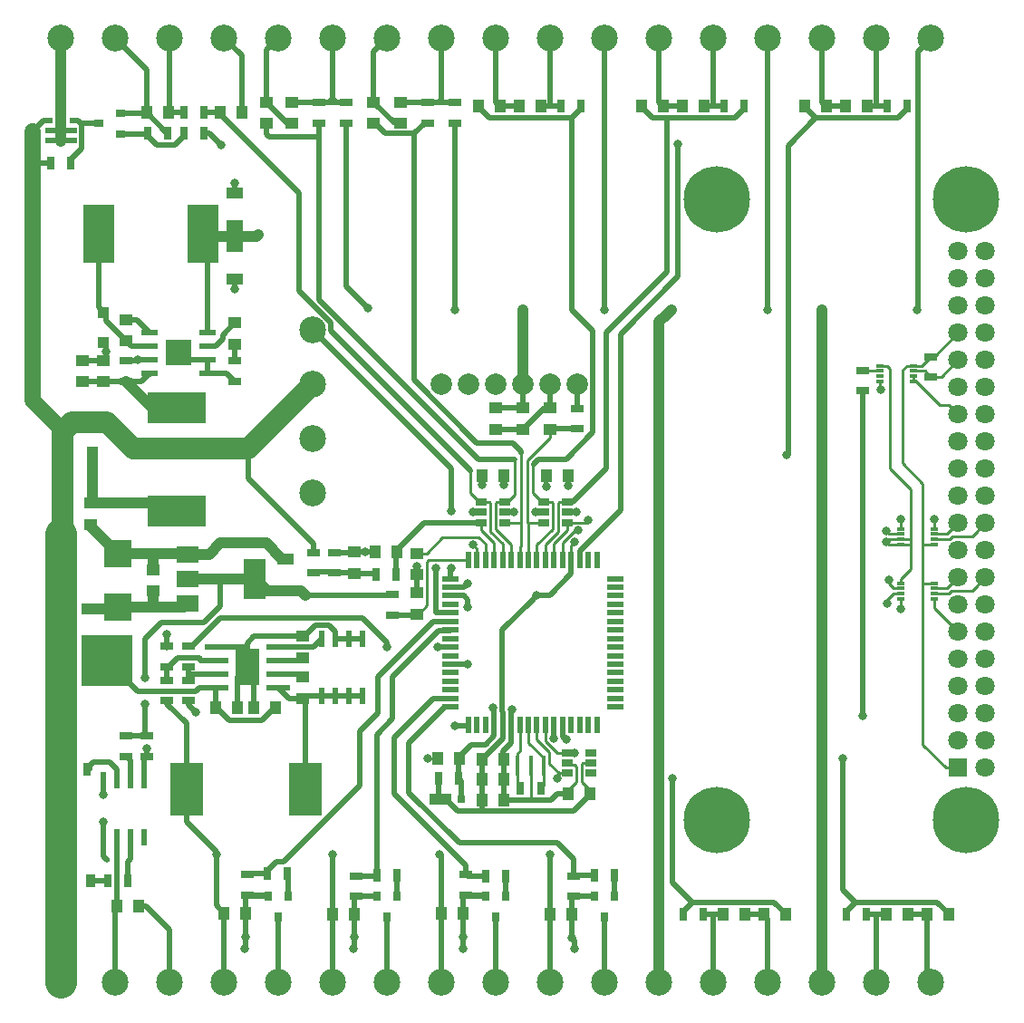
<source format=gbr>
G04 #@! TF.GenerationSoftware,KiCad,Pcbnew,(5.1.0-11-g23086decc)*
G04 #@! TF.CreationDate,2019-03-17T16:43:26-07:00*
G04 #@! TF.ProjectId,speeduino_mini,73706565-6475-4696-9e6f-5f6d696e692e,rev?*
G04 #@! TF.SameCoordinates,Original*
G04 #@! TF.FileFunction,Copper,L1,Top*
G04 #@! TF.FilePolarity,Positive*
%FSLAX46Y46*%
G04 Gerber Fmt 4.6, Leading zero omitted, Abs format (unit mm)*
G04 Created by KiCad (PCBNEW (5.1.0-11-g23086decc)) date 2019-03-17 16:43:26*
%MOMM*%
%LPD*%
G04 APERTURE LIST*
%ADD10R,1.250000X1.000000*%
%ADD11C,2.500000*%
%ADD12C,2.000000*%
%ADD13R,1.000000X1.250000*%
%ADD14R,1.060000X0.650000*%
%ADD15C,6.200000*%
%ADD16C,1.800000*%
%ADD17R,1.800000X1.800000*%
%ADD18R,3.100000X5.000000*%
%ADD19R,1.300000X0.700000*%
%ADD20R,1.600000X1.000000*%
%ADD21R,0.800000X0.900000*%
%ADD22R,0.600000X1.550000*%
%ADD23R,0.700000X1.300000*%
%ADD24R,2.200000X0.600000*%
%ADD25R,2.300000X3.500000*%
%ADD26R,0.400000X1.900000*%
%ADD27R,2.000000X1.100000*%
%ADD28R,0.800000X0.800000*%
%ADD29R,0.900000X0.800000*%
%ADD30R,0.700000X0.510000*%
%ADD31R,1.500000X0.550000*%
%ADD32R,0.550000X1.500000*%
%ADD33R,2.000000X3.800000*%
%ADD34R,2.000000X1.500000*%
%ADD35R,0.600000X0.450000*%
%ADD36R,0.900000X1.200000*%
%ADD37R,5.400000X2.900000*%
%ADD38R,2.900000X5.400000*%
%ADD39R,0.800000X0.300000*%
%ADD40R,1.550000X0.600000*%
%ADD41R,1.175000X1.175000*%
%ADD42R,1.100000X1.100000*%
%ADD43R,2.500000X2.550000*%
%ADD44R,1.270000X1.400000*%
%ADD45R,4.800000X4.720000*%
%ADD46C,0.800000*%
%ADD47C,0.250000*%
%ADD48C,1.000000*%
%ADD49C,0.500000*%
%ADD50C,3.000000*%
%ADD51C,2.000000*%
%ADD52C,1.500000*%
G04 APERTURE END LIST*
D10*
X84709000Y-88535000D03*
X84709000Y-90535000D03*
D11*
X132715000Y-45085000D03*
X127635000Y-45085000D03*
X122555000Y-45085000D03*
X112395000Y-45085000D03*
X117475000Y-45085000D03*
D12*
X130175000Y-77470000D03*
X127635000Y-77470000D03*
X125095000Y-77470000D03*
X122555000Y-77470000D03*
X120015000Y-77470000D03*
X117475000Y-77470000D03*
D13*
X121301000Y-116268500D03*
X123301000Y-116268500D03*
X121301000Y-114363500D03*
X123301000Y-114363500D03*
X121301000Y-112458500D03*
X123301000Y-112458500D03*
D14*
X129243000Y-90358000D03*
X129243000Y-89408000D03*
X129243000Y-88458000D03*
X127043000Y-88458000D03*
X127043000Y-90358000D03*
X127043000Y-89408000D03*
D15*
X166505000Y-118154000D03*
X166505000Y-60154000D03*
X143205000Y-60154000D03*
X143205000Y-118154000D03*
D16*
X165735000Y-110744000D03*
D17*
X165735000Y-113284000D03*
D16*
X165735000Y-108204000D03*
X165735000Y-105664000D03*
X165735000Y-103124000D03*
X165735000Y-100584000D03*
X165735000Y-98044000D03*
X165735000Y-95504000D03*
X165735000Y-92964000D03*
X165735000Y-90424000D03*
X165735000Y-87884000D03*
X165735000Y-85344000D03*
X165735000Y-82804000D03*
X165735000Y-80264000D03*
X165735000Y-77724000D03*
X165735000Y-75184000D03*
X165735000Y-72644000D03*
X165735000Y-70104000D03*
X165735000Y-67564000D03*
X165735000Y-65024000D03*
X168275000Y-65024000D03*
X168275000Y-67564000D03*
X168275000Y-70104000D03*
X168275000Y-72644000D03*
X168275000Y-75184000D03*
X168275000Y-77724000D03*
X168275000Y-80264000D03*
X168275000Y-82804000D03*
X168275000Y-85344000D03*
X168275000Y-87884000D03*
X168275000Y-90424000D03*
X168275000Y-92964000D03*
X168275000Y-95504000D03*
X168275000Y-98044000D03*
X168275000Y-100584000D03*
X168275000Y-103124000D03*
X168275000Y-105664000D03*
X168275000Y-108204000D03*
X168275000Y-110744000D03*
X168275000Y-113284000D03*
D13*
X123301000Y-85979000D03*
X121301000Y-85979000D03*
X119110000Y-112395000D03*
X117110000Y-112395000D03*
X127270000Y-85979000D03*
X129270000Y-85979000D03*
D10*
X115189000Y-93234000D03*
X115189000Y-95234000D03*
D13*
X131302000Y-115697000D03*
X129302000Y-115697000D03*
X91932000Y-52070000D03*
X89932000Y-52070000D03*
X96790000Y-52070000D03*
X98790000Y-52070000D03*
D10*
X125095000Y-79645000D03*
X125095000Y-81645000D03*
X122555000Y-79645000D03*
X122555000Y-81645000D03*
X127635000Y-81645000D03*
X127635000Y-79645000D03*
D13*
X126730000Y-51435000D03*
X124730000Y-51435000D03*
X120920000Y-51435000D03*
X122920000Y-51435000D03*
D10*
X103505000Y-51070000D03*
X103505000Y-53070000D03*
X101092000Y-53070000D03*
X101092000Y-51070000D03*
X113665000Y-51070000D03*
X113665000Y-53070000D03*
X111125000Y-53070000D03*
X111125000Y-51070000D03*
X109347000Y-95107000D03*
X109347000Y-93107000D03*
D13*
X113268000Y-93091000D03*
X111268000Y-93091000D03*
X159020000Y-127000000D03*
X161020000Y-127000000D03*
X96409000Y-107696000D03*
X98409000Y-107696000D03*
X101965000Y-107696000D03*
X99965000Y-107696000D03*
D10*
X104521000Y-102997000D03*
X104521000Y-100997000D03*
X104521000Y-104775000D03*
X104521000Y-106775000D03*
D13*
X127651000Y-127000000D03*
X129651000Y-127000000D03*
X117475000Y-126873000D03*
X119475000Y-126873000D03*
X97171000Y-126873000D03*
X99171000Y-126873000D03*
X107315000Y-127000000D03*
X109315000Y-127000000D03*
D11*
X102235000Y-45085000D03*
X107315000Y-45085000D03*
X102235000Y-133350000D03*
X97155000Y-133350000D03*
X112395000Y-133350000D03*
X107315000Y-133350000D03*
X122555000Y-133350000D03*
X117475000Y-133350000D03*
X132715000Y-133350000D03*
X127635000Y-133350000D03*
X105410000Y-77470000D03*
X105410000Y-72390000D03*
X105410000Y-82550000D03*
X105410000Y-87630000D03*
D18*
X104737000Y-115316000D03*
X93637000Y-115316000D03*
D19*
X112903000Y-97094000D03*
X112903000Y-98994000D03*
D20*
X102870000Y-96750000D03*
X102870000Y-93750000D03*
D21*
X103185000Y-125238000D03*
X101285000Y-125238000D03*
X102235000Y-127238000D03*
X113345000Y-125238000D03*
X111445000Y-125238000D03*
X112395000Y-127238000D03*
D22*
X110109000Y-101186000D03*
X108839000Y-101186000D03*
X107569000Y-101186000D03*
X106299000Y-101186000D03*
X106299000Y-106586000D03*
X107569000Y-106586000D03*
X108839000Y-106586000D03*
X110109000Y-106586000D03*
D23*
X126743500Y-115189000D03*
X124843500Y-115189000D03*
X95311000Y-52070000D03*
X93411000Y-52070000D03*
D19*
X130175000Y-81595000D03*
X130175000Y-79695000D03*
D23*
X130490000Y-51435000D03*
X128590000Y-51435000D03*
X145730000Y-51435000D03*
X143830000Y-51435000D03*
X160970000Y-51435000D03*
X159070000Y-51435000D03*
X93411000Y-53975000D03*
X95311000Y-53975000D03*
X89982000Y-53975000D03*
X91882000Y-53975000D03*
D19*
X105537000Y-93157000D03*
X105537000Y-95057000D03*
X107442000Y-95057000D03*
X107442000Y-93157000D03*
D23*
X113218000Y-95250000D03*
X111318000Y-95250000D03*
D19*
X88011000Y-75250000D03*
X88011000Y-77150000D03*
X99314000Y-123256000D03*
X99314000Y-125156000D03*
D23*
X103058000Y-123190000D03*
X101158000Y-123190000D03*
D19*
X109474000Y-123383000D03*
X109474000Y-125283000D03*
D23*
X113345000Y-123317000D03*
X111445000Y-123317000D03*
D19*
X156845000Y-76139000D03*
X156845000Y-78039000D03*
X163195000Y-76769000D03*
X163195000Y-74869000D03*
X93853000Y-103820000D03*
X93853000Y-101920000D03*
X93853000Y-106995000D03*
X93853000Y-105095000D03*
X91821000Y-106995000D03*
X91821000Y-105095000D03*
X91821000Y-103820000D03*
X91821000Y-101920000D03*
D23*
X117160000Y-114300000D03*
X119060000Y-114300000D03*
D24*
X96414000Y-105791000D03*
X102214000Y-105791000D03*
X96414000Y-104521000D03*
X102214000Y-104521000D03*
X96414000Y-103251000D03*
X102214000Y-103251000D03*
X96414000Y-101981000D03*
X102214000Y-101981000D03*
D25*
X99314000Y-103886000D03*
D26*
X124593500Y-113093500D03*
X125793500Y-113093500D03*
X126993500Y-113093500D03*
D13*
X141970000Y-51435000D03*
X139970000Y-51435000D03*
X136160000Y-51435000D03*
X138160000Y-51435000D03*
X157210000Y-51435000D03*
X155210000Y-51435000D03*
X151400000Y-51435000D03*
X153400000Y-51435000D03*
D10*
X90551000Y-96758000D03*
X90551000Y-94758000D03*
X115189000Y-98917000D03*
X115189000Y-96917000D03*
D27*
X117410000Y-116205000D03*
D28*
X119310000Y-116205000D03*
D11*
X86995000Y-45085000D03*
X81915000Y-45085000D03*
X92075000Y-45085000D03*
X97155000Y-45085000D03*
X147955000Y-45085000D03*
X142875000Y-45085000D03*
X137795000Y-45085000D03*
X163195000Y-45085000D03*
X158115000Y-45085000D03*
X153035000Y-45085000D03*
D29*
X87487000Y-54036000D03*
X87487000Y-52136000D03*
X85487000Y-53086000D03*
D30*
X83075000Y-54671000D03*
X83075000Y-53721000D03*
X83075000Y-52771000D03*
X80755000Y-52771000D03*
X80755000Y-53721000D03*
X80755000Y-54671000D03*
D19*
X108585000Y-53020000D03*
X108585000Y-51120000D03*
X106045000Y-53020000D03*
X106045000Y-51120000D03*
X118745000Y-53020000D03*
X118745000Y-51120000D03*
X116205000Y-53020000D03*
X116205000Y-51120000D03*
D23*
X80965000Y-56769000D03*
X82865000Y-56769000D03*
D14*
X121201000Y-88458000D03*
X121201000Y-89408000D03*
X121201000Y-90358000D03*
X123401000Y-90358000D03*
X123401000Y-88458000D03*
X123401000Y-89408000D03*
D31*
X118284000Y-95600000D03*
X118284000Y-96400000D03*
X118284000Y-97200000D03*
X118284000Y-98000000D03*
X118284000Y-98800000D03*
X118284000Y-99600000D03*
X118284000Y-100400000D03*
X118284000Y-101200000D03*
X118284000Y-102000000D03*
X118284000Y-102800000D03*
X118284000Y-103600000D03*
X118284000Y-104400000D03*
X118284000Y-105200000D03*
X118284000Y-106000000D03*
X118284000Y-106800000D03*
X118284000Y-107600000D03*
D32*
X119984000Y-109300000D03*
X120784000Y-109300000D03*
X121584000Y-109300000D03*
X122384000Y-109300000D03*
X123184000Y-109300000D03*
X123984000Y-109300000D03*
X124784000Y-109300000D03*
X125584000Y-109300000D03*
X126384000Y-109300000D03*
X127184000Y-109300000D03*
X127984000Y-109300000D03*
X128784000Y-109300000D03*
X129584000Y-109300000D03*
X130384000Y-109300000D03*
X131184000Y-109300000D03*
X131984000Y-109300000D03*
D31*
X133684000Y-107600000D03*
X133684000Y-106800000D03*
X133684000Y-106000000D03*
X133684000Y-105200000D03*
X133684000Y-104400000D03*
X133684000Y-103600000D03*
X133684000Y-102800000D03*
X133684000Y-102000000D03*
X133684000Y-101200000D03*
X133684000Y-100400000D03*
X133684000Y-99600000D03*
X133684000Y-98800000D03*
X133684000Y-98000000D03*
X133684000Y-97200000D03*
X133684000Y-96400000D03*
X133684000Y-95600000D03*
D32*
X131984000Y-93900000D03*
X131184000Y-93900000D03*
X130384000Y-93900000D03*
X129584000Y-93900000D03*
X128784000Y-93900000D03*
X127984000Y-93900000D03*
X127184000Y-93900000D03*
X126384000Y-93900000D03*
X125584000Y-93900000D03*
X124784000Y-93900000D03*
X123984000Y-93900000D03*
X123184000Y-93900000D03*
X122384000Y-93900000D03*
X121584000Y-93900000D03*
X120784000Y-93900000D03*
X119984000Y-93900000D03*
D33*
X100051000Y-95631000D03*
D34*
X93751000Y-95631000D03*
X93751000Y-97931000D03*
X93751000Y-93331000D03*
D10*
X83947000Y-77200000D03*
X83947000Y-75200000D03*
X85852000Y-77200000D03*
X85852000Y-75200000D03*
X98171000Y-71707500D03*
X98171000Y-73707500D03*
X88011000Y-71390000D03*
X88011000Y-73390000D03*
D13*
X164830000Y-127000000D03*
X162830000Y-127000000D03*
X87138000Y-126238000D03*
X89138000Y-126238000D03*
D35*
X88299000Y-121920000D03*
X86199000Y-121920000D03*
D36*
X84708000Y-123825000D03*
X81408000Y-123825000D03*
D11*
X153035000Y-133350000D03*
X158115000Y-133350000D03*
X163195000Y-133350000D03*
X81915000Y-133350000D03*
X86995000Y-133350000D03*
X92075000Y-133350000D03*
D37*
X92710000Y-79605000D03*
X92710000Y-89305000D03*
D38*
X95147000Y-63373000D03*
X85447000Y-63373000D03*
D20*
X98171000Y-64603500D03*
X98171000Y-67603500D03*
X98171000Y-62587000D03*
X98171000Y-59587000D03*
D19*
X98171000Y-75250000D03*
X98171000Y-77150000D03*
D23*
X155260000Y-127000000D03*
X157160000Y-127000000D03*
X84389000Y-113411000D03*
X82489000Y-113411000D03*
D19*
X89916000Y-110302000D03*
X89916000Y-112202000D03*
D23*
X86299000Y-123825000D03*
X88199000Y-123825000D03*
D39*
X160375000Y-96024000D03*
X160375000Y-96524000D03*
X160375000Y-97024000D03*
X160375000Y-97524000D03*
X163475000Y-97524000D03*
X163475000Y-97024000D03*
X163475000Y-96524000D03*
X163475000Y-96024000D03*
X158470000Y-75704000D03*
X158470000Y-76204000D03*
X158470000Y-76704000D03*
X158470000Y-77204000D03*
X161570000Y-77204000D03*
X161570000Y-76704000D03*
X161570000Y-76204000D03*
X161570000Y-75704000D03*
X163475000Y-92444000D03*
X163475000Y-91944000D03*
X163475000Y-91444000D03*
X163475000Y-90944000D03*
X160375000Y-90944000D03*
X160375000Y-91444000D03*
X160375000Y-91944000D03*
X160375000Y-92444000D03*
D40*
X95584500Y-76406500D03*
X95584500Y-75136500D03*
X95584500Y-73866500D03*
X95584500Y-72596500D03*
X90184500Y-72596500D03*
X90184500Y-73866500D03*
X90184500Y-75136500D03*
X90184500Y-76406500D03*
D41*
X92297000Y-73914000D03*
X92297000Y-75089000D03*
X93472000Y-73914000D03*
X93472000Y-75089000D03*
D22*
X89662000Y-114394000D03*
X88392000Y-114394000D03*
X87122000Y-114394000D03*
X85852000Y-114394000D03*
X85852000Y-119794000D03*
X87122000Y-119794000D03*
X88392000Y-119794000D03*
X89662000Y-119794000D03*
D42*
X84839000Y-86360000D03*
X82039000Y-86360000D03*
D19*
X88011000Y-112202000D03*
X88011000Y-110302000D03*
D43*
X87249000Y-98283000D03*
X87249000Y-93233000D03*
D42*
X84331000Y-98425000D03*
X81531000Y-98425000D03*
X84839000Y-83820000D03*
X82039000Y-83820000D03*
X85852000Y-70736000D03*
X85852000Y-73536000D03*
D14*
X129202000Y-111889500D03*
X129202000Y-112839500D03*
X129202000Y-113789500D03*
X131402000Y-113789500D03*
X131402000Y-111889500D03*
X131402000Y-112839500D03*
D13*
X149590000Y-127000000D03*
X147590000Y-127000000D03*
X143780000Y-127000000D03*
X145780000Y-127000000D03*
D11*
X137795000Y-133350000D03*
X142875000Y-133350000D03*
X147955000Y-133350000D03*
D23*
X141920000Y-127000000D03*
X140020000Y-127000000D03*
D21*
X123505000Y-125238000D03*
X121605000Y-125238000D03*
X122555000Y-127238000D03*
X133665000Y-125238000D03*
X131765000Y-125238000D03*
X132715000Y-127238000D03*
D19*
X119761000Y-123256000D03*
X119761000Y-125156000D03*
D23*
X123505000Y-123444000D03*
X121605000Y-123444000D03*
D19*
X129794000Y-123383000D03*
X129794000Y-125283000D03*
D23*
X133665000Y-123317000D03*
X131765000Y-123317000D03*
D44*
X82428000Y-104291000D03*
D45*
X86228000Y-103251000D03*
D44*
X82428000Y-102211000D03*
D46*
X99314000Y-104902000D03*
X163474999Y-90043000D03*
X160401000Y-90043000D03*
X160401000Y-98425000D03*
X129921000Y-130175000D03*
X109245008Y-130149992D03*
X119481992Y-130149992D03*
X99085008Y-130149992D03*
X99171000Y-129048000D03*
X119475000Y-129064000D03*
X109315000Y-129064000D03*
X129651000Y-129143000D03*
X94488000Y-108077000D03*
X99250500Y-103949500D03*
X99314000Y-102870000D03*
X91821000Y-100838000D03*
X90663000Y-93233000D03*
X110363000Y-93091000D03*
X92297000Y-75089000D03*
X93472000Y-75089000D03*
X93472000Y-73914000D03*
X92329000Y-73914000D03*
X86106000Y-74422000D03*
X98171000Y-68580000D03*
X98171000Y-58610500D03*
X85852000Y-118300500D03*
X124015500Y-107823000D03*
X116205000Y-112395000D03*
X130048000Y-89408000D03*
X129286000Y-86905000D03*
X121285000Y-86868000D03*
X120396000Y-89408000D03*
X130211199Y-91092858D03*
X115189000Y-94488000D03*
X120396000Y-92456000D03*
X158496000Y-77978000D03*
X100330000Y-63500000D03*
X153035000Y-70485000D03*
X153035000Y-110490000D03*
X153035000Y-106045000D03*
X125095000Y-70485000D03*
X132715000Y-70485000D03*
X147955000Y-70485000D03*
X161925000Y-70485000D03*
X118745000Y-70485000D03*
X110617000Y-70358000D03*
X138938000Y-70484996D03*
X127651000Y-121374000D03*
X107315000Y-121374000D03*
X96431000Y-121374000D03*
X117310000Y-121374000D03*
X112395000Y-101981000D03*
X117094000Y-101981000D03*
X149733000Y-84074000D03*
X131191000Y-90170000D03*
X119888000Y-103632000D03*
X159131000Y-97917000D03*
X96901000Y-55118000D03*
X139573000Y-54991000D03*
X104775000Y-97155000D03*
X126365000Y-97155000D03*
X89789000Y-104902000D03*
X89789000Y-107315000D03*
X126238000Y-89408000D03*
X127254000Y-86995000D03*
X123317000Y-86868000D03*
X124206000Y-89408000D03*
X129921000Y-92202000D03*
X159004000Y-92202000D03*
X156845000Y-108458000D03*
X122301000Y-107696000D03*
X154940000Y-112395000D03*
X129921000Y-111887000D03*
X89074500Y-75136500D03*
X118745000Y-109347000D03*
X89916000Y-111506000D03*
X127983995Y-110549995D03*
X129115395Y-110617908D03*
X85852000Y-115824000D03*
X159004000Y-91186000D03*
X119888000Y-98298000D03*
X119888000Y-96055000D03*
X159258000Y-95758000D03*
X118364000Y-94625000D03*
X118364000Y-89281000D03*
X128270000Y-114300000D03*
X139065000Y-114300000D03*
X116967000Y-94625000D03*
D47*
X163475000Y-98324000D02*
X163475000Y-97524000D01*
X165735000Y-100584000D02*
X163475000Y-98324000D01*
X161570000Y-76704000D02*
X161570000Y-77204000D01*
X161820000Y-77204000D02*
X161570000Y-77204000D01*
X163980001Y-79364001D02*
X161820000Y-77204000D01*
X164835001Y-79364001D02*
X163980001Y-79364001D01*
X165735000Y-80264000D02*
X164835001Y-79364001D01*
X163475000Y-90944000D02*
X163475000Y-90043001D01*
X163475000Y-90043001D02*
X163474999Y-90043000D01*
X160375000Y-90944000D02*
X160375000Y-90069000D01*
X160375000Y-90069000D02*
X160401000Y-90043000D01*
X160375000Y-97524000D02*
X160375000Y-98399000D01*
X160375000Y-98399000D02*
X160401000Y-98425000D01*
X129329000Y-112966500D02*
X129202000Y-112839500D01*
X129921000Y-112966500D02*
X129329000Y-112966500D01*
X130096989Y-113142489D02*
X129921000Y-112966500D01*
X130096989Y-114586511D02*
X130096989Y-113142489D01*
X129302000Y-115506500D02*
X129302000Y-115381500D01*
X129302000Y-115381500D02*
X130096989Y-114586511D01*
D48*
X93653000Y-93233000D02*
X93751000Y-93331000D01*
X90576000Y-93233000D02*
X90663000Y-93233000D01*
X90551000Y-94758000D02*
X90551000Y-93258000D01*
X90551000Y-93258000D02*
X90576000Y-93233000D01*
X90663000Y-93233000D02*
X93653000Y-93233000D01*
D49*
X85852000Y-121573000D02*
X86199000Y-121920000D01*
X85852000Y-119794000D02*
X85852000Y-121573000D01*
X89888000Y-126238000D02*
X89138000Y-126238000D01*
X92075000Y-128425000D02*
X89888000Y-126238000D01*
X92075000Y-133350000D02*
X92075000Y-128425000D01*
X89596000Y-93157000D02*
X89520000Y-93233000D01*
D48*
X87249000Y-93233000D02*
X89520000Y-93233000D01*
X89520000Y-93233000D02*
X90663000Y-93233000D01*
D49*
X109297000Y-93157000D02*
X109347000Y-93107000D01*
X107442000Y-93157000D02*
X109297000Y-93157000D01*
X109363000Y-93091000D02*
X109347000Y-93107000D01*
X111268000Y-93091000D02*
X110363000Y-93091000D01*
X109315000Y-130080000D02*
X109245008Y-130149992D01*
X119475000Y-130143000D02*
X119481992Y-130149992D01*
X99171000Y-130064000D02*
X99085008Y-130149992D01*
X99171000Y-129048000D02*
X99171000Y-130064000D01*
X99171000Y-126873000D02*
X99171000Y-129048000D01*
X119475000Y-129064000D02*
X119475000Y-130143000D01*
X119475000Y-126873000D02*
X119475000Y-129064000D01*
X109315000Y-129064000D02*
X109315000Y-130080000D01*
X109315000Y-127000000D02*
X109315000Y-129064000D01*
X129921000Y-129413000D02*
X129651000Y-129143000D01*
X129921000Y-130175000D02*
X129921000Y-129413000D01*
X129651000Y-127000000D02*
X129651000Y-129143000D01*
X121523000Y-125156000D02*
X121605000Y-125238000D01*
X119761000Y-125156000D02*
X121523000Y-125156000D01*
X111400000Y-125283000D02*
X111445000Y-125238000D01*
X109474000Y-125283000D02*
X111400000Y-125283000D01*
X101203000Y-125156000D02*
X101285000Y-125238000D01*
X99314000Y-125156000D02*
X101203000Y-125156000D01*
X131720000Y-125283000D02*
X131765000Y-125238000D01*
X129794000Y-125283000D02*
X131720000Y-125283000D01*
X109855000Y-101186000D02*
X108585000Y-101186000D01*
X99953000Y-100997000D02*
X99314000Y-101636000D01*
X104521000Y-100997000D02*
X99953000Y-100997000D01*
X107569000Y-101186000D02*
X108839000Y-101186000D01*
X107569000Y-100570998D02*
X107569000Y-101186000D01*
X106959001Y-99960999D02*
X107569000Y-100570998D01*
X105682001Y-99960999D02*
X106959001Y-99960999D01*
X104646000Y-100997000D02*
X105682001Y-99960999D01*
X104521000Y-100997000D02*
X104646000Y-100997000D01*
X99314000Y-101636000D02*
X99314000Y-101981000D01*
X96414000Y-101981000D02*
X99314000Y-101981000D01*
X99314000Y-101981000D02*
X99314000Y-102870000D01*
X98409000Y-104791000D02*
X99250500Y-103949500D01*
X98409000Y-107442000D02*
X98409000Y-104791000D01*
X99965000Y-104537000D02*
X99314000Y-103886000D01*
X99965000Y-107442000D02*
X99965000Y-104537000D01*
X93853000Y-106995000D02*
X93853000Y-107442000D01*
X93853000Y-107442000D02*
X94488000Y-108077000D01*
X99250500Y-103949500D02*
X99314000Y-103886000D01*
X99314000Y-102870000D02*
X99314000Y-103886000D01*
X91821000Y-102047000D02*
X91821000Y-100838000D01*
X110363000Y-93091000D02*
X109363000Y-93091000D01*
X95584500Y-76406500D02*
X95584500Y-75136500D01*
X93519500Y-75136500D02*
X93472000Y-75089000D01*
X95584500Y-75136500D02*
X93519500Y-75136500D01*
X93472000Y-73914000D02*
X92329000Y-73914000D01*
X92297000Y-73914000D02*
X92297000Y-75089000D01*
X93472000Y-75089000D02*
X93472000Y-73914000D01*
X92329000Y-73914000D02*
X92297000Y-73914000D01*
X86106000Y-75200000D02*
X86106000Y-74422000D01*
X86106000Y-74422000D02*
X86106000Y-73663000D01*
X97427500Y-76406500D02*
X98171000Y-77150000D01*
X95584500Y-76406500D02*
X97427500Y-76406500D01*
X98171000Y-67603500D02*
X98171000Y-68580000D01*
X98171000Y-59587000D02*
X98171000Y-58610500D01*
X85852000Y-119794000D02*
X85852000Y-118300500D01*
X123984000Y-109300000D02*
X123984000Y-107854500D01*
D47*
X123984000Y-107854500D02*
X124015500Y-107823000D01*
D49*
X113125000Y-53070000D02*
X111125000Y-51070000D01*
X113665000Y-53070000D02*
X113125000Y-53070000D01*
X111125000Y-46355000D02*
X112395000Y-45085000D01*
X111125000Y-51070000D02*
X111125000Y-46355000D01*
D48*
X102570000Y-93750000D02*
X102870000Y-93750000D01*
X101070000Y-92250000D02*
X102570000Y-93750000D01*
X96832000Y-92250000D02*
X101070000Y-92250000D01*
X95751000Y-93331000D02*
X96832000Y-92250000D01*
X93751000Y-93331000D02*
X95751000Y-93331000D01*
D49*
X127635000Y-79645000D02*
X127635000Y-77470000D01*
X125095000Y-81645000D02*
X122555000Y-81645000D01*
X127095000Y-79645000D02*
X125095000Y-81645000D01*
X127635000Y-79645000D02*
X127095000Y-79645000D01*
D47*
X117110000Y-112395000D02*
X116205000Y-112395000D01*
D49*
X123301000Y-115586000D02*
X123301000Y-112458500D01*
X123301000Y-116268500D02*
X123301000Y-115586000D01*
X123190000Y-112347500D02*
X123301000Y-112458500D01*
X123190000Y-111760000D02*
X123190000Y-112347500D01*
X123984000Y-109300000D02*
X123984000Y-110966000D01*
X123984000Y-110966000D02*
X123190000Y-111760000D01*
X162830000Y-127000000D02*
X161020000Y-127000000D01*
X162830000Y-132985000D02*
X163195000Y-133350000D01*
X162830000Y-127000000D02*
X162830000Y-132985000D01*
X145780000Y-127000000D02*
X147590000Y-127000000D01*
X147955000Y-127365000D02*
X147590000Y-127000000D01*
X147955000Y-133350000D02*
X147955000Y-127365000D01*
X138160000Y-51435000D02*
X139970000Y-51435000D01*
X137795000Y-51070000D02*
X138160000Y-51435000D01*
X137795000Y-45085000D02*
X137795000Y-51070000D01*
X153400000Y-51435000D02*
X155210000Y-51435000D01*
X153035000Y-51070000D02*
X153400000Y-51435000D01*
X153035000Y-45085000D02*
X153035000Y-51070000D01*
X124730000Y-51435000D02*
X122920000Y-51435000D01*
X122555000Y-51070000D02*
X122920000Y-51435000D01*
X122555000Y-45085000D02*
X122555000Y-51070000D01*
X83947000Y-75200000D02*
X85852000Y-75200000D01*
D48*
X84709000Y-90693000D02*
X87249000Y-93233000D01*
X84709000Y-90535000D02*
X84709000Y-90693000D01*
D47*
X129243000Y-89408000D02*
X130048000Y-89408000D01*
X129270000Y-85979000D02*
X129270000Y-86889000D01*
X129270000Y-86889000D02*
X129286000Y-86905000D01*
X121301000Y-85979000D02*
X121301000Y-86852000D01*
X121301000Y-86852000D02*
X121285000Y-86868000D01*
X121201000Y-89408000D02*
X120396000Y-89408000D01*
X120784000Y-93900000D02*
X120784000Y-92957000D01*
X120784000Y-93138000D02*
X120784000Y-92957000D01*
X115189000Y-95234000D02*
X115189000Y-94488000D01*
D49*
X98790000Y-46720000D02*
X97155000Y-45085000D01*
X89932000Y-48022000D02*
X86995000Y-45085000D01*
X89932000Y-52070000D02*
X89932000Y-48022000D01*
X98790000Y-52070000D02*
X98790000Y-51197000D01*
X98790000Y-51197000D02*
X98790000Y-46720000D01*
X103092000Y-53070000D02*
X101092000Y-51070000D01*
X103505000Y-53070000D02*
X103092000Y-53070000D01*
X101092000Y-46228000D02*
X102235000Y-45085000D01*
X101092000Y-51070000D02*
X101092000Y-46228000D01*
X89866000Y-52136000D02*
X89932000Y-52070000D01*
X87487000Y-52136000D02*
X89866000Y-52136000D01*
X91837000Y-53975000D02*
X89932000Y-52070000D01*
X91882000Y-53975000D02*
X91837000Y-53975000D01*
D47*
X128784000Y-92265996D02*
X129957138Y-91092858D01*
X128784000Y-93900000D02*
X128784000Y-92265996D01*
X129957138Y-91092858D02*
X130211199Y-91092858D01*
D49*
X115189000Y-96917000D02*
X115189000Y-95234000D01*
D47*
X120795999Y-92945001D02*
X120795999Y-92855999D01*
X120784000Y-92957000D02*
X120795999Y-92945001D01*
X120795999Y-92855999D02*
X120396000Y-92456000D01*
X158470000Y-77204000D02*
X158470000Y-77952000D01*
X158470000Y-77952000D02*
X158496000Y-77978000D01*
D49*
X129651000Y-127000000D02*
X129651000Y-125426000D01*
X129839000Y-125238000D02*
X131765000Y-125238000D01*
X129651000Y-125426000D02*
X129839000Y-125238000D01*
X119679000Y-125238000D02*
X121605000Y-125238000D01*
X119475000Y-126873000D02*
X119475000Y-125442000D01*
X119475000Y-125442000D02*
X119679000Y-125238000D01*
X109519000Y-125238000D02*
X111445000Y-125238000D01*
X109315000Y-127000000D02*
X109315000Y-125442000D01*
X109315000Y-125442000D02*
X109519000Y-125238000D01*
X99232000Y-125238000D02*
X101285000Y-125238000D01*
X99171000Y-126873000D02*
X99171000Y-125299000D01*
X99171000Y-125299000D02*
X99232000Y-125238000D01*
X124301000Y-116268500D02*
X123301000Y-116268500D01*
X124321501Y-116289001D02*
X124301000Y-116268500D01*
X128302000Y-115697000D02*
X127709999Y-116289001D01*
X129302000Y-115697000D02*
X128302000Y-115697000D01*
D47*
X125793500Y-116268500D02*
X125772999Y-116289001D01*
D49*
X127709999Y-116289001D02*
X125772999Y-116289001D01*
D47*
X125793500Y-113093500D02*
X125793500Y-116268500D01*
D49*
X125772999Y-116289001D02*
X124321501Y-116289001D01*
X95584500Y-64064500D02*
X95147000Y-63627000D01*
X95584500Y-72596500D02*
X95584500Y-64064500D01*
D48*
X95147000Y-63627000D02*
X97097000Y-63627000D01*
X97097000Y-63627000D02*
X98171000Y-63627000D01*
D49*
X98171000Y-62587000D02*
X98171000Y-63627000D01*
X98171000Y-63627000D02*
X98171000Y-64476500D01*
X125095000Y-77470000D02*
X125095000Y-79645000D01*
X122555000Y-79645000D02*
X125095000Y-79645000D01*
D48*
X98171000Y-63627000D02*
X100203000Y-63627000D01*
X100203000Y-63627000D02*
X100330000Y-63500000D01*
X153035000Y-132080000D02*
X153035000Y-133350000D01*
X153035000Y-110490000D02*
X153035000Y-132080000D01*
X153035000Y-70485000D02*
X153035000Y-106045000D01*
X153035000Y-106045000D02*
X153035000Y-110490000D01*
X125095000Y-77470000D02*
X125095000Y-70485000D01*
D49*
X132715000Y-45085000D02*
X132715000Y-70485000D01*
X147955000Y-45085000D02*
X147955000Y-70485000D01*
X161945001Y-70464999D02*
X161925000Y-70485000D01*
X163195000Y-45085000D02*
X161945001Y-46334999D01*
X161945001Y-46334999D02*
X161945001Y-70464999D01*
X118745000Y-53020000D02*
X118745000Y-70485000D01*
X110217001Y-69958001D02*
X110617000Y-70358000D01*
X108585000Y-68326000D02*
X110217001Y-69958001D01*
X108585000Y-53020000D02*
X108585000Y-68326000D01*
D48*
X138538001Y-70884995D02*
X138938000Y-70484996D01*
X137795000Y-133350000D02*
X137795000Y-71627996D01*
X137795000Y-71627996D02*
X138538001Y-70884995D01*
D49*
X107381000Y-94996000D02*
X107442000Y-95057000D01*
X105852000Y-94996000D02*
X107381000Y-94996000D01*
X109297000Y-95057000D02*
X109347000Y-95107000D01*
X107442000Y-95057000D02*
X109297000Y-95057000D01*
X111175000Y-95107000D02*
X111318000Y-95250000D01*
X109347000Y-95107000D02*
X111175000Y-95107000D01*
D47*
X81930010Y-91424990D02*
X81915000Y-91440000D01*
D50*
X81915000Y-133350000D02*
X81915000Y-91440000D01*
D51*
X82039000Y-91316000D02*
X82039000Y-86360000D01*
X81915000Y-91440000D02*
X82039000Y-91316000D01*
X82039000Y-83820000D02*
X82039000Y-86360000D01*
X82039000Y-83820000D02*
X82039000Y-83359998D01*
X104160001Y-78719999D02*
X105410000Y-77470000D01*
X99441000Y-83439000D02*
X104160001Y-78719999D01*
D49*
X99441000Y-86211000D02*
X99441000Y-83439000D01*
X105537000Y-92307000D02*
X99441000Y-86211000D01*
X105537000Y-93157000D02*
X105537000Y-92307000D01*
X80755000Y-52771000D02*
X80289998Y-52771000D01*
X80289998Y-52771000D02*
X79248000Y-53812998D01*
X79375000Y-56769000D02*
X79248000Y-56896000D01*
X80965000Y-56769000D02*
X79375000Y-56769000D01*
D52*
X79248000Y-53812998D02*
X79248000Y-56896000D01*
D51*
X88646000Y-83439000D02*
X99441000Y-83439000D01*
X86233000Y-81026000D02*
X88646000Y-83439000D01*
X82931000Y-81026000D02*
X86233000Y-81026000D01*
X82039000Y-83359998D02*
X82039000Y-81918000D01*
X82039000Y-81918000D02*
X82931000Y-81026000D01*
D52*
X79248000Y-78994000D02*
X82039000Y-81785000D01*
X79248000Y-56896000D02*
X79248000Y-78994000D01*
D49*
X104267000Y-103251000D02*
X104521000Y-102997000D01*
X102214000Y-103251000D02*
X104267000Y-103251000D01*
X110109000Y-106586000D02*
X108839000Y-106586000D01*
X108839000Y-106586000D02*
X107569000Y-106586000D01*
X107569000Y-106586000D02*
X106299000Y-106586000D01*
X106299000Y-106586000D02*
X104824000Y-106586000D01*
X103198000Y-106775000D02*
X102214000Y-105791000D01*
X104521000Y-106775000D02*
X103198000Y-106775000D01*
X107531000Y-106624000D02*
X107569000Y-106586000D01*
X104737000Y-106991000D02*
X104521000Y-106775000D01*
X104737000Y-115316000D02*
X104737000Y-106991000D01*
X104267000Y-104521000D02*
X104521000Y-104775000D01*
X102214000Y-104521000D02*
X104267000Y-104521000D01*
X107315000Y-127000000D02*
X107315000Y-133350000D01*
X127651000Y-133334000D02*
X127635000Y-133350000D01*
X127651000Y-127000000D02*
X127651000Y-133334000D01*
X117475000Y-126873000D02*
X117475000Y-133350000D01*
X97171000Y-133334000D02*
X97155000Y-133350000D01*
X97171000Y-126873000D02*
X97171000Y-133334000D01*
X96431000Y-126133000D02*
X97171000Y-126873000D01*
X96431000Y-121374000D02*
X96431000Y-126133000D01*
X107315000Y-126873000D02*
X107315000Y-121374000D01*
X127651000Y-127000000D02*
X127651000Y-121374000D01*
X93637000Y-118316000D02*
X96431000Y-121110000D01*
X96431000Y-121110000D02*
X96431000Y-121374000D01*
X93637000Y-115316000D02*
X93637000Y-118316000D01*
X91821000Y-107315000D02*
X91821000Y-106995000D01*
X93637000Y-115316000D02*
X93637000Y-109131000D01*
X93637000Y-109131000D02*
X91821000Y-107315000D01*
X117475000Y-121539000D02*
X117310000Y-121374000D01*
X117475000Y-126873000D02*
X117475000Y-121539000D01*
X103185000Y-123317000D02*
X103058000Y-123190000D01*
X103185000Y-125238000D02*
X103185000Y-123317000D01*
X113345000Y-125238000D02*
X113345000Y-123317000D01*
X105504000Y-101981000D02*
X106299000Y-101186000D01*
X102214000Y-101981000D02*
X105504000Y-101981000D01*
D47*
X126993500Y-114939000D02*
X126743500Y-115189000D01*
X126993500Y-113093500D02*
X126993500Y-114939000D01*
X125584000Y-110934000D02*
X125584000Y-110300000D01*
X125584000Y-110300000D02*
X125584000Y-109300000D01*
X126993500Y-112343500D02*
X125584000Y-110934000D01*
X126993500Y-113093500D02*
X126993500Y-112343500D01*
X124593500Y-111893500D02*
X124593500Y-113093500D01*
X124784000Y-109300000D02*
X124784000Y-109912000D01*
X124593500Y-114939000D02*
X124843500Y-115189000D01*
X124593500Y-113093500D02*
X124593500Y-114939000D01*
X124784000Y-111703000D02*
X124593500Y-111893500D01*
X124784000Y-109300000D02*
X124784000Y-111703000D01*
D49*
X130175000Y-77470000D02*
X130175000Y-79695000D01*
X112395000Y-101586998D02*
X112395000Y-101981000D01*
X110068991Y-99260989D02*
X112395000Y-101586998D01*
X96812011Y-99260989D02*
X110068991Y-99260989D01*
X93853000Y-101920000D02*
X94153000Y-101920000D01*
X94153000Y-101920000D02*
X96812011Y-99260989D01*
X118284000Y-102000000D02*
X117113000Y-102000000D01*
X117113000Y-102000000D02*
X117094000Y-101981000D01*
X96414000Y-104521000D02*
X93853000Y-104521000D01*
X93853000Y-105095000D02*
X93853000Y-104521000D01*
X93853000Y-104521000D02*
X93853000Y-103947000D01*
X94863001Y-103019999D02*
X92842999Y-103019999D01*
X94953001Y-103109999D02*
X94863001Y-103019999D01*
X91821000Y-104041998D02*
X91821000Y-105095000D01*
X96414000Y-103251000D02*
X94953001Y-103251000D01*
X92842999Y-103019999D02*
X91821000Y-104041998D01*
X94953001Y-103251000D02*
X94953001Y-103109999D01*
D47*
X116064000Y-93234000D02*
X115189000Y-93234000D01*
X117567001Y-91730999D02*
X116064000Y-93234000D01*
X120939589Y-91730999D02*
X117567001Y-91730999D01*
X121584000Y-92375410D02*
X120939589Y-91730999D01*
X121584000Y-93900000D02*
X121584000Y-92375410D01*
D49*
X92186000Y-52070000D02*
X93411000Y-52070000D01*
X92075000Y-51927000D02*
X91932000Y-52070000D01*
X92075000Y-45085000D02*
X92075000Y-51927000D01*
X160120000Y-52585000D02*
X160970000Y-51735000D01*
X152425000Y-52585000D02*
X160120000Y-52585000D01*
X151400000Y-51560000D02*
X152425000Y-52585000D01*
X160970000Y-51735000D02*
X160970000Y-51435000D01*
X151400000Y-51435000D02*
X151400000Y-51560000D01*
X152425000Y-52585000D02*
X149860000Y-55150000D01*
X149860000Y-55150000D02*
X149860000Y-83947000D01*
X149860000Y-83947000D02*
X149733000Y-84074000D01*
D47*
X131003000Y-90358000D02*
X131191000Y-90170000D01*
X129243000Y-90358000D02*
X131003000Y-90358000D01*
X127984000Y-93900000D02*
X127984000Y-92361000D01*
X129243000Y-91102000D02*
X129243000Y-90358000D01*
X127984000Y-92361000D02*
X129243000Y-91102000D01*
D49*
X115905000Y-53020000D02*
X116205000Y-53020000D01*
X114904999Y-54020001D02*
X115905000Y-53020000D01*
X112200001Y-54020001D02*
X114904999Y-54020001D01*
X111250000Y-53070000D02*
X112200001Y-54020001D01*
X111125000Y-53070000D02*
X111250000Y-53070000D01*
D47*
X124931001Y-89756001D02*
X124931001Y-83910001D01*
X124784000Y-93402000D02*
X124931001Y-93254999D01*
X124784000Y-93900000D02*
X124784000Y-93402000D01*
X123401000Y-90358000D02*
X124907000Y-90358000D01*
X124931001Y-90333999D02*
X124931001Y-89756001D01*
X124907000Y-90358000D02*
X124931001Y-90333999D01*
X124931001Y-92492999D02*
X124784000Y-92640000D01*
X124784000Y-92640000D02*
X124784000Y-93900000D01*
X124931001Y-92492999D02*
X124931001Y-89756001D01*
D49*
X114904999Y-77046001D02*
X120789998Y-82931000D01*
X114904999Y-54020001D02*
X114904999Y-77046001D01*
X124130186Y-82931000D02*
X124931001Y-83731815D01*
X124931001Y-83731815D02*
X124931001Y-83910001D01*
X120789998Y-82931000D02*
X124130186Y-82931000D01*
X127635000Y-45085000D02*
X127635000Y-51435000D01*
X126730000Y-51435000D02*
X127635000Y-51435000D01*
X127635000Y-51435000D02*
X128590000Y-51435000D01*
D47*
X122621000Y-88458000D02*
X123401000Y-88458000D01*
X122545999Y-88533001D02*
X122621000Y-88458000D01*
X122545999Y-90943001D02*
X122545999Y-88533001D01*
X123984000Y-92381002D02*
X122545999Y-90943001D01*
X123984000Y-93900000D02*
X123984000Y-93143002D01*
X123984000Y-92381002D02*
X123984000Y-93143002D01*
X124333000Y-87731000D02*
X124333000Y-84455000D01*
X123401000Y-88458000D02*
X123606000Y-88458000D01*
X123606000Y-88458000D02*
X124333000Y-87731000D01*
D49*
X106045000Y-53467000D02*
X106045000Y-53020000D01*
X101378000Y-54356000D02*
X106045000Y-54356000D01*
X101092000Y-54070000D02*
X101378000Y-54356000D01*
X101092000Y-53070000D02*
X101092000Y-54070000D01*
X106045000Y-54356000D02*
X106045000Y-53467000D01*
X120904000Y-84455000D02*
X106045000Y-69596000D01*
X124333000Y-84455000D02*
X120904000Y-84455000D01*
X106045000Y-69596000D02*
X106045000Y-54356000D01*
X103555000Y-51120000D02*
X103505000Y-51070000D01*
X106995000Y-51120000D02*
X103555000Y-51120000D01*
X107315000Y-50805000D02*
X107630000Y-51120000D01*
X108585000Y-51120000D02*
X107630000Y-51120000D01*
X107630000Y-51120000D02*
X106995000Y-51120000D01*
X107315000Y-50800000D02*
X106995000Y-51120000D01*
X107315000Y-45085000D02*
X107315000Y-50800000D01*
D47*
X113218000Y-93141000D02*
X113268000Y-93091000D01*
D49*
X113218000Y-95250000D02*
X113218000Y-93141000D01*
X120421000Y-90358000D02*
X121201000Y-90358000D01*
X115876000Y-90358000D02*
X120421000Y-90358000D01*
X113268000Y-92966000D02*
X115876000Y-90358000D01*
D47*
X113268000Y-93091000D02*
X113268000Y-92966000D01*
X122384000Y-93138000D02*
X122384000Y-93900000D01*
X122384000Y-92285000D02*
X122384000Y-93138000D01*
X121201000Y-90358000D02*
X121201000Y-91102000D01*
X121201000Y-91102000D02*
X122384000Y-92285000D01*
D49*
X118695000Y-51070000D02*
X118745000Y-51120000D01*
X117475000Y-50800000D02*
X117205000Y-51070000D01*
X117475000Y-45085000D02*
X117475000Y-50800000D01*
X113665000Y-51070000D02*
X117205000Y-51070000D01*
X117205000Y-51070000D02*
X118695000Y-51070000D01*
X95311000Y-52070000D02*
X96536000Y-52070000D01*
D47*
X121201000Y-88458000D02*
X120996000Y-88458000D01*
X120996000Y-88458000D02*
X120142000Y-87604000D01*
X120142000Y-85598000D02*
X120142000Y-85344000D01*
X120142000Y-87604000D02*
X120142000Y-85598000D01*
X121981000Y-88458000D02*
X121201000Y-88458000D01*
X122056001Y-88533001D02*
X121981000Y-88458000D01*
X122056001Y-91195001D02*
X122056001Y-88533001D01*
X123184000Y-93900000D02*
X123184000Y-92323000D01*
X123184000Y-92323000D02*
X122056001Y-91195001D01*
D49*
X120142000Y-85471000D02*
X120142000Y-85598000D01*
X96790000Y-52195000D02*
X104140000Y-59545000D01*
X104140000Y-68680964D02*
X107110001Y-71650965D01*
X107110001Y-71650965D02*
X107110001Y-72439001D01*
X96790000Y-52070000D02*
X96790000Y-52195000D01*
X104140000Y-59545000D02*
X104140000Y-68680964D01*
X107110001Y-72439001D02*
X120142000Y-85471000D01*
X127685000Y-81595000D02*
X127635000Y-81645000D01*
X128585000Y-81595000D02*
X127685000Y-81595000D01*
X130175000Y-81595000D02*
X128585000Y-81595000D01*
D47*
X127043000Y-90358000D02*
X125499000Y-90358000D01*
X125584000Y-93900000D02*
X125584000Y-90443000D01*
X125584000Y-90443000D02*
X125499000Y-90358000D01*
X125476000Y-84554000D02*
X127635000Y-82395000D01*
X125476000Y-90335000D02*
X125476000Y-84554000D01*
X127635000Y-82395000D02*
X127635000Y-81645000D01*
X125499000Y-90358000D02*
X125476000Y-90335000D01*
D49*
X142875000Y-45085000D02*
X142875000Y-51435000D01*
X143830000Y-51435000D02*
X142875000Y-51435000D01*
X142875000Y-51435000D02*
X141970000Y-51435000D01*
X121920000Y-52560000D02*
X120920000Y-51560000D01*
X120920000Y-51560000D02*
X120920000Y-51435000D01*
X130490000Y-51735000D02*
X129665000Y-52560000D01*
X130490000Y-51435000D02*
X130490000Y-51735000D01*
X129665000Y-52560000D02*
X126220000Y-52560000D01*
X126220000Y-52560000D02*
X121920000Y-52560000D01*
D47*
X126838000Y-88458000D02*
X125984000Y-87604000D01*
X127043000Y-88458000D02*
X126838000Y-88458000D01*
X125984000Y-87604000D02*
X125984000Y-84963000D01*
D49*
X126051010Y-84895990D02*
X126051010Y-84963000D01*
X129665000Y-70483000D02*
X131625001Y-72443001D01*
X129665000Y-52560000D02*
X129665000Y-70483000D01*
X131625001Y-72443001D02*
X131625001Y-81955001D01*
X131625001Y-81955001D02*
X129125002Y-84455000D01*
X129125002Y-84455000D02*
X126492000Y-84455000D01*
X126492000Y-84455000D02*
X126051010Y-84895990D01*
D47*
X126384000Y-92457002D02*
X126384000Y-92900000D01*
X126384000Y-92900000D02*
X126384000Y-93900000D01*
X127898001Y-90943001D02*
X126384000Y-92457002D01*
X127898001Y-88533001D02*
X127898001Y-90943001D01*
X127043000Y-88458000D02*
X127823000Y-88458000D01*
X127823000Y-88458000D02*
X127898001Y-88533001D01*
D49*
X158115000Y-45085000D02*
X158115000Y-51435000D01*
X157210000Y-51435000D02*
X158115000Y-51435000D01*
X158115000Y-51435000D02*
X159070000Y-51435000D01*
X145730000Y-51735000D02*
X145730000Y-51435000D01*
X144880000Y-52585000D02*
X145730000Y-51735000D01*
X136160000Y-51560000D02*
X137185000Y-52585000D01*
X136160000Y-51435000D02*
X136160000Y-51560000D01*
X138945000Y-52585000D02*
X144880000Y-52585000D01*
X137185000Y-52585000D02*
X138945000Y-52585000D01*
X129728000Y-88458000D02*
X132842000Y-85344000D01*
X138557000Y-52705000D02*
X138437000Y-52585000D01*
X129243000Y-88458000D02*
X129728000Y-88458000D01*
X138557000Y-66929000D02*
X138557000Y-52705000D01*
X132842000Y-85344000D02*
X132842000Y-72644000D01*
X138437000Y-52585000D02*
X138945000Y-52585000D01*
X132842000Y-72644000D02*
X138557000Y-66929000D01*
D47*
X128463000Y-88458000D02*
X129243000Y-88458000D01*
X128387999Y-91195001D02*
X128387999Y-88533001D01*
X128387999Y-88533001D02*
X128463000Y-88458000D01*
X127184000Y-93900000D02*
X127184000Y-92399000D01*
X127184000Y-92399000D02*
X128387999Y-91195001D01*
D48*
X87125000Y-98407000D02*
X87249000Y-98283000D01*
X93399000Y-98283000D02*
X93751000Y-97931000D01*
X90576000Y-98283000D02*
X90820000Y-98283000D01*
X90551000Y-98258000D02*
X90576000Y-98283000D01*
X90551000Y-96758000D02*
X90551000Y-98258000D01*
X87249000Y-98283000D02*
X90820000Y-98283000D01*
X90820000Y-98283000D02*
X93399000Y-98283000D01*
X87107000Y-98425000D02*
X87249000Y-98283000D01*
X84585000Y-98425000D02*
X87107000Y-98425000D01*
D49*
X118316000Y-103632000D02*
X118284000Y-103600000D01*
X119888000Y-103632000D02*
X118316000Y-103632000D01*
D47*
X160375000Y-97024000D02*
X159725000Y-97024000D01*
X159131000Y-97618000D02*
X159131000Y-97917000D01*
X159725000Y-97024000D02*
X159131000Y-97618000D01*
D49*
X81971000Y-53975000D02*
X81915000Y-53975000D01*
X82225000Y-53721000D02*
X81971000Y-53975000D01*
X83075000Y-53721000D02*
X82225000Y-53721000D01*
D48*
X81915000Y-45085000D02*
X81915000Y-53975000D01*
X81915000Y-53975000D02*
X81915000Y-54737000D01*
D49*
X82159000Y-54737000D02*
X81915000Y-54737000D01*
X82225000Y-54671000D02*
X82159000Y-54737000D01*
X83075000Y-54671000D02*
X82225000Y-54671000D01*
X81849000Y-54671000D02*
X81915000Y-54737000D01*
X80755000Y-54671000D02*
X81849000Y-54671000D01*
X81661000Y-53721000D02*
X81915000Y-53975000D01*
X80755000Y-53721000D02*
X81661000Y-53721000D01*
X82865000Y-56469000D02*
X82865000Y-56769000D01*
X83875001Y-55458999D02*
X82865000Y-56469000D01*
X83540002Y-52771000D02*
X83875001Y-53105999D01*
X83075000Y-52771000D02*
X83540002Y-52771000D01*
X83875001Y-53105999D02*
X83875001Y-54681999D01*
X83875001Y-54681999D02*
X83875001Y-55458999D01*
X83895000Y-53086000D02*
X83875001Y-53105999D01*
X85487000Y-53086000D02*
X83895000Y-53086000D01*
X89921000Y-54036000D02*
X89982000Y-53975000D01*
X87487000Y-54036000D02*
X89921000Y-54036000D01*
X93411000Y-54275000D02*
X93411000Y-53975000D01*
X92561000Y-55125000D02*
X93411000Y-54275000D01*
X90832000Y-55125000D02*
X92561000Y-55125000D01*
X89982000Y-54275000D02*
X90832000Y-55125000D01*
X89982000Y-53975000D02*
X89982000Y-54275000D01*
X95311000Y-53975000D02*
X95758000Y-53975000D01*
X95758000Y-53975000D02*
X96901000Y-55118000D01*
X139573000Y-55556685D02*
X139573000Y-54991000D01*
X134177010Y-72759473D02*
X139573000Y-67363483D01*
X130384000Y-92997004D02*
X134177010Y-89203994D01*
X130384000Y-93900000D02*
X130384000Y-92997004D01*
X139573000Y-67363483D02*
X139573000Y-55556685D01*
X134177010Y-89203994D02*
X134177010Y-72759473D01*
D47*
X159105002Y-75704000D02*
X159385000Y-75983998D01*
X158470000Y-75704000D02*
X159105002Y-75704000D01*
X159385000Y-75983998D02*
X159385000Y-85344000D01*
X159385000Y-85344000D02*
X161290000Y-87249000D01*
X160375000Y-95624000D02*
X160375000Y-96024000D01*
X161290000Y-94709000D02*
X160375000Y-95624000D01*
X161290000Y-92329000D02*
X161290000Y-94709000D01*
X161290000Y-87249000D02*
X161290000Y-91694000D01*
X161290000Y-91694000D02*
X161290000Y-92329000D01*
X130546999Y-112914501D02*
X130622000Y-112839500D01*
X130546999Y-114626499D02*
X130546999Y-112914501D01*
X130622000Y-112839500D02*
X131402000Y-112839500D01*
X131302000Y-115381500D02*
X130546999Y-114626499D01*
X131302000Y-115506500D02*
X131302000Y-115381500D01*
D49*
X88011000Y-110302000D02*
X89789000Y-110302000D01*
D48*
X93751000Y-95631000D02*
X95631000Y-95631000D01*
X101170000Y-96750000D02*
X100051000Y-95631000D01*
X102870000Y-96750000D02*
X101170000Y-96750000D01*
D47*
X117160000Y-115955000D02*
X117410000Y-116205000D01*
D49*
X117160000Y-114300000D02*
X117160000Y-115955000D01*
D48*
X102870000Y-96750000D02*
X104370000Y-96750000D01*
X104370000Y-96750000D02*
X104775000Y-97155000D01*
D49*
X129584000Y-95150000D02*
X129584000Y-93900000D01*
X127579000Y-97155000D02*
X129584000Y-95150000D01*
X126365000Y-97155000D02*
X127579000Y-97155000D01*
X125965001Y-97554999D02*
X126365000Y-97155000D01*
X123165499Y-100354501D02*
X125965001Y-97554999D01*
X123165499Y-108031499D02*
X123165499Y-100354501D01*
X123184000Y-108050000D02*
X123165499Y-108031499D01*
X123184000Y-109300000D02*
X123184000Y-108050000D01*
X121301000Y-116268500D02*
X121301000Y-112458500D01*
X123184000Y-110575500D02*
X121301000Y-112458500D01*
X123184000Y-109300000D02*
X123184000Y-110575500D01*
D47*
X131302000Y-115631500D02*
X131302000Y-115506500D01*
D48*
X95631000Y-95631000D02*
X96774000Y-95631000D01*
X96774000Y-95631000D02*
X100051000Y-95631000D01*
D47*
X89789000Y-110175000D02*
X89916000Y-110302000D01*
D49*
X89789000Y-107315000D02*
X89789000Y-110175000D01*
X91313000Y-99695000D02*
X89789000Y-101219000D01*
X89789000Y-101219000D02*
X89789000Y-104902000D01*
X95250000Y-99695000D02*
X91313000Y-99695000D01*
X96774000Y-95631000D02*
X96774000Y-98171000D01*
X96774000Y-98171000D02*
X95250000Y-99695000D01*
D47*
X127043000Y-89408000D02*
X126238000Y-89408000D01*
X127270000Y-85979000D02*
X127270000Y-86979000D01*
X127143000Y-86598000D02*
X127127000Y-86614000D01*
X123301000Y-85979000D02*
X123301000Y-86852000D01*
X123301000Y-86852000D02*
X123317000Y-86868000D01*
X123401000Y-89408000D02*
X124206000Y-89408000D01*
X129584000Y-93900000D02*
X129584000Y-92539000D01*
X129584000Y-92539000D02*
X129921000Y-92202000D01*
D49*
X112842000Y-97155000D02*
X112903000Y-97094000D01*
X104775000Y-97155000D02*
X112842000Y-97155000D01*
D47*
X159262000Y-91944000D02*
X159004000Y-92202000D01*
X160375000Y-91944000D02*
X159262000Y-91944000D01*
X159246000Y-92444000D02*
X159004000Y-92202000D01*
X160375000Y-92444000D02*
X159246000Y-92444000D01*
X161290000Y-91944000D02*
X161290000Y-91694000D01*
X160375000Y-91944000D02*
X161290000Y-91944000D01*
X161175000Y-92444000D02*
X161290000Y-92329000D01*
X160375000Y-92444000D02*
X161175000Y-92444000D01*
D49*
X118998501Y-117343501D02*
X117860000Y-116205000D01*
X117860000Y-116205000D02*
X117410000Y-116205000D01*
X131302000Y-115822000D02*
X129780499Y-117343501D01*
X131302000Y-115697000D02*
X131302000Y-115822000D01*
X121301000Y-117332000D02*
X121289499Y-117343501D01*
X129780499Y-117343501D02*
X121289499Y-117343501D01*
X121301000Y-116268500D02*
X121301000Y-117332000D01*
X121289499Y-117343501D02*
X118998501Y-117343501D01*
D47*
X119060000Y-112445000D02*
X119110000Y-112395000D01*
D49*
X119060000Y-114300000D02*
X119060000Y-112445000D01*
X119310000Y-114550000D02*
X119060000Y-114300000D01*
X119310000Y-116205000D02*
X119310000Y-114550000D01*
D47*
X119110000Y-112270000D02*
X119110000Y-112395000D01*
D49*
X120255000Y-111125000D02*
X119110000Y-112270000D01*
X121559000Y-111125000D02*
X120255000Y-111125000D01*
X122384000Y-109300000D02*
X122384000Y-110300000D01*
X122384000Y-110300000D02*
X121559000Y-111125000D01*
X156845000Y-78039000D02*
X156845000Y-108458000D01*
X122384000Y-107779000D02*
X122384000Y-109300000D01*
X122301000Y-107696000D02*
X122384000Y-107779000D01*
X158115000Y-133350000D02*
X158115000Y-127000000D01*
X159020000Y-127000000D02*
X158115000Y-127000000D01*
X158115000Y-127000000D02*
X157160000Y-127000000D01*
X115112000Y-98994000D02*
X115189000Y-98917000D01*
X112903000Y-98994000D02*
X115112000Y-98994000D01*
D47*
X116139001Y-98091999D02*
X115314000Y-98917000D01*
X115314000Y-98917000D02*
X115189000Y-98917000D01*
X116139001Y-94045999D02*
X116139001Y-98091999D01*
X119984000Y-93900000D02*
X116285000Y-93900000D01*
X116285000Y-93900000D02*
X116139001Y-94045999D01*
D48*
X84839000Y-83820000D02*
X84839000Y-86360000D01*
X84839000Y-88405000D02*
X84709000Y-88535000D01*
X84839000Y-86360000D02*
X84839000Y-88405000D01*
X91940000Y-88535000D02*
X92710000Y-89305000D01*
X84709000Y-88535000D02*
X91940000Y-88535000D01*
D49*
X90297000Y-76519000D02*
X90184500Y-76406500D01*
X89441000Y-77150000D02*
X90184500Y-76406500D01*
X88011000Y-77150000D02*
X89441000Y-77150000D01*
X87934000Y-77073000D02*
X88011000Y-77150000D01*
X86156000Y-77150000D02*
X86106000Y-77200000D01*
X88011000Y-77150000D02*
X86156000Y-77150000D01*
D48*
X92623000Y-79518000D02*
X92710000Y-79605000D01*
D49*
X85852000Y-77200000D02*
X83947000Y-77200000D01*
D48*
X90466000Y-79605000D02*
X88011000Y-77150000D01*
X92710000Y-79605000D02*
X90466000Y-79605000D01*
D49*
X97046000Y-72832500D02*
X98171000Y-71707500D01*
X95584500Y-73866500D02*
X96377000Y-73866500D01*
X97046000Y-73197500D02*
X97046000Y-72832500D01*
X96377000Y-73866500D02*
X97046000Y-73197500D01*
X98171000Y-73707500D02*
X98171000Y-75250000D01*
X88487500Y-73866500D02*
X88011000Y-73390000D01*
X90184500Y-73866500D02*
X88487500Y-73866500D01*
X86106000Y-71485000D02*
X86106000Y-70863000D01*
X88011000Y-73390000D02*
X86106000Y-71485000D01*
X85447000Y-70204000D02*
X86106000Y-70863000D01*
X85447000Y-63627000D02*
X85447000Y-70204000D01*
X88978000Y-71390000D02*
X90184500Y-72596500D01*
X88011000Y-71390000D02*
X88978000Y-71390000D01*
D47*
X127184000Y-109300000D02*
X127184000Y-110110002D01*
D49*
X155260000Y-126700000D02*
X155260000Y-127000000D01*
X156110000Y-125850000D02*
X155260000Y-126700000D01*
X163805000Y-125850000D02*
X156110000Y-125850000D01*
X164830000Y-126875000D02*
X163805000Y-125850000D01*
X164830000Y-127000000D02*
X164830000Y-126875000D01*
X154940000Y-124680000D02*
X156110000Y-125850000D01*
X154940000Y-112395000D02*
X154940000Y-124680000D01*
X129204500Y-111887000D02*
X129355315Y-111887000D01*
X129202000Y-111889500D02*
X129204500Y-111887000D01*
X129355315Y-111887000D02*
X129921000Y-111887000D01*
D47*
X127184000Y-110823006D02*
X128250494Y-111889500D01*
X127184000Y-109300000D02*
X127184000Y-110823006D01*
X128250494Y-111889500D02*
X128422000Y-111889500D01*
X128422000Y-111889500D02*
X129202000Y-111889500D01*
D49*
X87122000Y-126349000D02*
X86979000Y-126492000D01*
X87122000Y-119794000D02*
X87122000Y-126349000D01*
X86979000Y-133334000D02*
X86995000Y-133350000D01*
X86979000Y-126492000D02*
X86979000Y-133334000D01*
X88199000Y-122020000D02*
X88299000Y-121920000D01*
X88199000Y-123825000D02*
X88199000Y-122020000D01*
X88392000Y-121827000D02*
X88299000Y-121920000D01*
X88392000Y-119794000D02*
X88392000Y-121827000D01*
X84708000Y-123825000D02*
X86299000Y-123825000D01*
D47*
X164715000Y-91444000D02*
X165735000Y-90424000D01*
X163475000Y-91444000D02*
X164715000Y-91444000D01*
X164715000Y-96524000D02*
X165735000Y-95504000D01*
X163475000Y-96524000D02*
X164715000Y-96524000D01*
X165215000Y-73164000D02*
X165735000Y-72644000D01*
X162360000Y-75704000D02*
X163195000Y-74869000D01*
X161570000Y-75704000D02*
X162360000Y-75704000D01*
X163510000Y-74869000D02*
X163195000Y-74869000D01*
X165735000Y-72644000D02*
X163510000Y-74869000D01*
X162445000Y-96024000D02*
X162433000Y-96012000D01*
X163475000Y-96024000D02*
X162445000Y-96024000D01*
X160934998Y-75704000D02*
X161570000Y-75704000D01*
X162433000Y-86742002D02*
X160528000Y-84837002D01*
X164585000Y-113284000D02*
X162433000Y-111132000D01*
X160528000Y-84837002D02*
X160528000Y-76110998D01*
X165735000Y-113284000D02*
X164585000Y-113284000D01*
X160528000Y-76110998D02*
X160934998Y-75704000D01*
X162813000Y-92456000D02*
X162433000Y-92456000D01*
X162825000Y-92444000D02*
X162813000Y-92456000D01*
X163475000Y-92444000D02*
X162825000Y-92444000D01*
X162433000Y-111132000D02*
X162433000Y-92456000D01*
X162433000Y-92456000D02*
X162433000Y-86742002D01*
X162630000Y-76204000D02*
X163195000Y-76769000D01*
X161570000Y-76204000D02*
X162630000Y-76204000D01*
X164150000Y-76769000D02*
X165735000Y-75184000D01*
X163195000Y-76769000D02*
X164150000Y-76769000D01*
D49*
X88961000Y-75250000D02*
X89074500Y-75136500D01*
X88011000Y-75250000D02*
X88961000Y-75250000D01*
X90184500Y-75136500D02*
X89074500Y-75136500D01*
X119937000Y-109347000D02*
X119984000Y-109300000D01*
X118745000Y-109347000D02*
X119937000Y-109347000D01*
D47*
X156910000Y-76204000D02*
X156845000Y-76139000D01*
X158470000Y-76204000D02*
X156910000Y-76204000D01*
D49*
X84643000Y-113111000D02*
X84643000Y-113411000D01*
X84978000Y-112776000D02*
X84643000Y-113111000D01*
X86487000Y-112776000D02*
X84978000Y-112776000D01*
X87122000Y-114394000D02*
X87122000Y-113411000D01*
X87122000Y-113411000D02*
X86487000Y-112776000D01*
X89662000Y-112329000D02*
X89789000Y-112202000D01*
X89662000Y-114394000D02*
X89662000Y-112329000D01*
X89916000Y-112202000D02*
X89916000Y-111506000D01*
X127983995Y-109300005D02*
X127983995Y-109984310D01*
X127984000Y-109300000D02*
X127983995Y-109300005D01*
X127983995Y-109984310D02*
X127983995Y-110549995D01*
X129066906Y-110617908D02*
X129115395Y-110617908D01*
X128833996Y-110384998D02*
X129066906Y-110617908D01*
X128784000Y-109300000D02*
X128833996Y-109349996D01*
X128833996Y-109349996D02*
X128833996Y-110384998D01*
X85852000Y-115824000D02*
X85852000Y-114394000D01*
D47*
X160375000Y-91444000D02*
X159262000Y-91444000D01*
X159262000Y-91444000D02*
X159004000Y-91186000D01*
D49*
X119888000Y-97554000D02*
X119534000Y-97200000D01*
X119534000Y-97200000D02*
X118284000Y-97200000D01*
X119888000Y-98298000D02*
X119888000Y-97554000D01*
X119543000Y-96400000D02*
X118284000Y-96400000D01*
X119888000Y-96055000D02*
X119543000Y-96400000D01*
D47*
X159725000Y-96524000D02*
X159258000Y-96057000D01*
X160375000Y-96524000D02*
X159725000Y-96524000D01*
X159258000Y-96057000D02*
X159258000Y-95758000D01*
X167049999Y-91649001D02*
X167375001Y-91323999D01*
X167375001Y-91323999D02*
X168275000Y-90424000D01*
X165236997Y-91649001D02*
X167049999Y-91649001D01*
X164941998Y-91944000D02*
X165236997Y-91649001D01*
X163475000Y-91944000D02*
X164941998Y-91944000D01*
X167375001Y-96403999D02*
X168275000Y-95504000D01*
X164851410Y-97024000D02*
X165146409Y-96729001D01*
X167049999Y-96729001D02*
X167375001Y-96403999D01*
X165146409Y-96729001D02*
X167049999Y-96729001D01*
X163475000Y-97024000D02*
X164851410Y-97024000D01*
D49*
X88392000Y-112583000D02*
X88011000Y-112202000D01*
X88392000Y-114394000D02*
X88392000Y-112583000D01*
X118284000Y-95600000D02*
X118284000Y-94705000D01*
D47*
X118284000Y-94705000D02*
X118364000Y-94625000D01*
D49*
X118364000Y-85344000D02*
X105410000Y-72390000D01*
X118364000Y-89281000D02*
X118364000Y-85344000D01*
D47*
X129202000Y-113789500D02*
X128422000Y-113789500D01*
D49*
X140020000Y-126700000D02*
X140020000Y-127000000D01*
X149590000Y-126875000D02*
X148565000Y-125850000D01*
X140870000Y-125850000D02*
X140020000Y-126700000D01*
X148565000Y-125850000D02*
X140870000Y-125850000D01*
X149590000Y-127000000D02*
X149590000Y-126875000D01*
D47*
X128422000Y-113789500D02*
X128422000Y-114148000D01*
X128422000Y-114148000D02*
X128270000Y-114300000D01*
D49*
X139065000Y-124045000D02*
X140870000Y-125850000D01*
X139065000Y-114300000D02*
X139065000Y-124045000D01*
D47*
X128422000Y-113789500D02*
X127549608Y-112917108D01*
X126384000Y-110659417D02*
X126384000Y-110300000D01*
X126384000Y-110300000D02*
X126384000Y-109300000D01*
X127549608Y-111825025D02*
X126384000Y-110659417D01*
X127549608Y-112917108D02*
X127549608Y-111825025D01*
D49*
X142875000Y-133350000D02*
X142875000Y-127000000D01*
X141920000Y-127000000D02*
X142875000Y-127000000D01*
X142875000Y-127000000D02*
X143780000Y-127000000D01*
X102235000Y-127238000D02*
X102235000Y-133350000D01*
X112395000Y-127238000D02*
X112395000Y-133350000D01*
X122555000Y-127238000D02*
X122555000Y-133350000D01*
X132715000Y-127238000D02*
X132715000Y-133350000D01*
X123505000Y-125238000D02*
X123505000Y-123444000D01*
X133665000Y-123317000D02*
X133665000Y-125238000D01*
X99380000Y-123190000D02*
X99314000Y-123256000D01*
X101158000Y-123190000D02*
X99380000Y-123190000D01*
X101158000Y-122890000D02*
X101158000Y-123190000D01*
X102008000Y-122040000D02*
X101158000Y-122890000D01*
X102750000Y-122040000D02*
X102008000Y-122040000D01*
X116681000Y-99600000D02*
X111506000Y-104775000D01*
X109855000Y-109855000D02*
X109855000Y-114935000D01*
X118284000Y-99600000D02*
X116681000Y-99600000D01*
X111506000Y-104775000D02*
X111506000Y-108204000D01*
X111506000Y-108204000D02*
X109855000Y-109855000D01*
X109855000Y-114935000D02*
X102750000Y-122040000D01*
X111379000Y-123383000D02*
X111445000Y-123317000D01*
X109474000Y-123383000D02*
X111379000Y-123383000D01*
X111445000Y-110170000D02*
X111445000Y-123317000D01*
X112903000Y-108712000D02*
X111445000Y-110170000D01*
X112903000Y-104745998D02*
X112903000Y-108712000D01*
X117173999Y-100474999D02*
X112903000Y-104745998D01*
X118284000Y-100400000D02*
X118284000Y-100474999D01*
X118284000Y-100474999D02*
X117173999Y-100474999D01*
X119949000Y-123444000D02*
X119761000Y-123256000D01*
X121605000Y-123444000D02*
X119949000Y-123444000D01*
X121605000Y-123444000D02*
X121605000Y-123144000D01*
X113030000Y-115675000D02*
X119761000Y-122406000D01*
X119761000Y-122406000D02*
X119761000Y-123256000D01*
X113030000Y-110490000D02*
X113030000Y-115675000D01*
X118284000Y-106800000D02*
X116720000Y-106800000D01*
X116720000Y-106800000D02*
X113030000Y-110490000D01*
D47*
X118284000Y-107600000D02*
X117809000Y-107600000D01*
D49*
X129860000Y-123317000D02*
X129794000Y-123383000D01*
X131765000Y-123317000D02*
X129860000Y-123317000D01*
X117825000Y-107600000D02*
X118284000Y-107600000D01*
X129794000Y-121793000D02*
X128270000Y-120269000D01*
X129794000Y-123383000D02*
X129794000Y-121793000D01*
X119113998Y-120269000D02*
X114427000Y-115582002D01*
X114427000Y-115582002D02*
X114427000Y-110998000D01*
X128270000Y-120269000D02*
X119113998Y-120269000D01*
X114427000Y-110998000D02*
X117825000Y-107600000D01*
X89128000Y-106111000D02*
X86268000Y-103251000D01*
X94494000Y-106111000D02*
X89128000Y-106111000D01*
X94814000Y-105791000D02*
X94494000Y-106111000D01*
X86268000Y-103251000D02*
X86228000Y-103251000D01*
X96414000Y-105791000D02*
X94814000Y-105791000D01*
X96409000Y-105796000D02*
X96414000Y-105791000D01*
X96409000Y-107442000D02*
X96409000Y-105796000D01*
X97681000Y-108839000D02*
X96409000Y-107567000D01*
X96409000Y-107567000D02*
X96409000Y-107442000D01*
X100693000Y-108839000D02*
X97681000Y-108839000D01*
X101965000Y-107442000D02*
X101965000Y-107567000D01*
X101965000Y-107567000D02*
X100693000Y-108839000D01*
X116967000Y-98733000D02*
X116967000Y-94625000D01*
X118284000Y-98800000D02*
X117034000Y-98800000D01*
X117034000Y-98800000D02*
X116967000Y-98733000D01*
M02*

</source>
